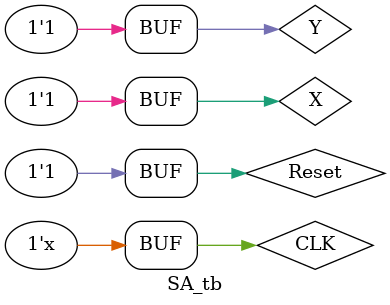
<source format=v>
`timescale 1ns/1ns 

 

module serial_adder (input CLK, input Reset, input X, input Y, output reg Z = 0); 

reg C = 0; 

always @(posedge CLK or negedge Reset) begin 

  if (Reset==0) begin 

    {C,Z}=2'b00; 

  end 

  else begin 

    {C,Z}=X+Y+C; 

  end 

end                   

endmodule 

 

//Testbench 

module SA_tb(); 

reg CLK=0, Reset=1, X=0, Y=0; 

wire Z; 

always begin #5 CLK = ~CLK; end 

initial begin 

   #1 Reset = 0; 

   #5 Reset = 1; 

   #14 X = 1; Y = 0; 

   #10 X = 0; Y = 1; 

   #10 X = 1; Y = 1; 

end 

serial_adder sa (.CLK(CLK), .Reset(Reset), .X(X), .Y(Y), .Z(Z)); 

endmodule

</source>
